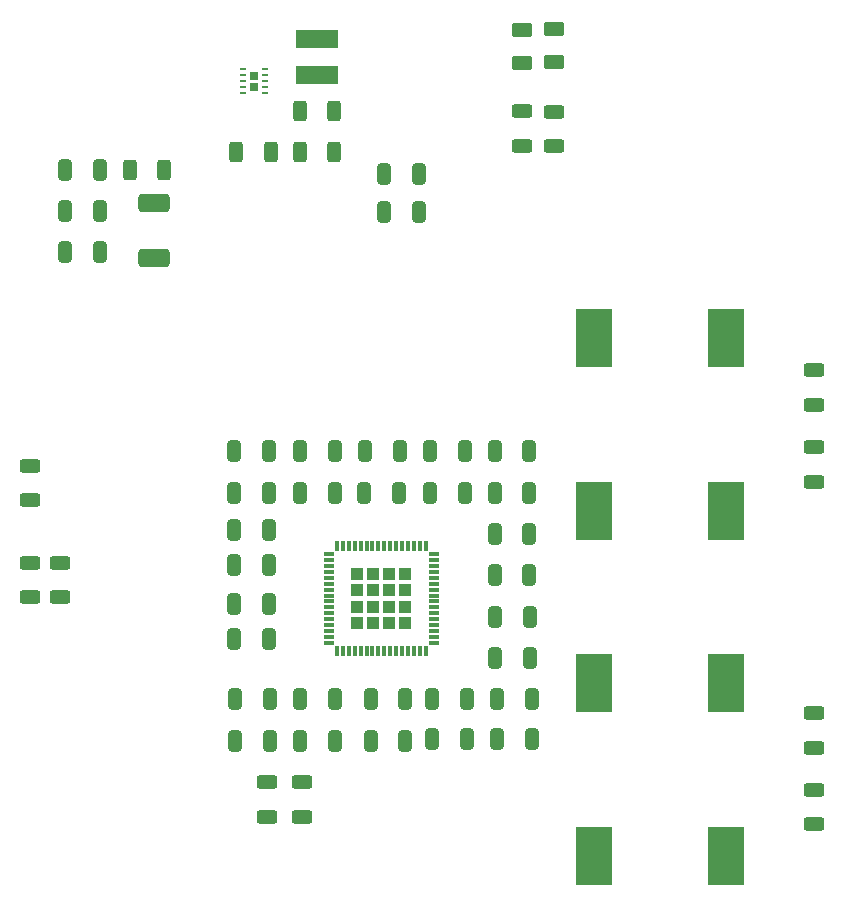
<source format=gbr>
%TF.GenerationSoftware,KiCad,Pcbnew,(6.0.0-rc1-314-g10be483430)*%
%TF.CreationDate,2021-12-05T00:45:44+01:00*%
%TF.ProjectId,ma12070p_amp_v1,6d613132-3037-4307-905f-616d705f7631,rev?*%
%TF.SameCoordinates,Original*%
%TF.FileFunction,Paste,Top*%
%TF.FilePolarity,Positive*%
%FSLAX46Y46*%
G04 Gerber Fmt 4.6, Leading zero omitted, Abs format (unit mm)*
G04 Created by KiCad (PCBNEW (6.0.0-rc1-314-g10be483430)) date 2021-12-05 00:45:44*
%MOMM*%
%LPD*%
G01*
G04 APERTURE LIST*
G04 Aperture macros list*
%AMRoundRect*
0 Rectangle with rounded corners*
0 $1 Rounding radius*
0 $2 $3 $4 $5 $6 $7 $8 $9 X,Y pos of 4 corners*
0 Add a 4 corners polygon primitive as box body*
4,1,4,$2,$3,$4,$5,$6,$7,$8,$9,$2,$3,0*
0 Add four circle primitives for the rounded corners*
1,1,$1+$1,$2,$3*
1,1,$1+$1,$4,$5*
1,1,$1+$1,$6,$7*
1,1,$1+$1,$8,$9*
0 Add four rect primitives between the rounded corners*
20,1,$1+$1,$2,$3,$4,$5,0*
20,1,$1+$1,$4,$5,$6,$7,0*
20,1,$1+$1,$6,$7,$8,$9,0*
20,1,$1+$1,$8,$9,$2,$3,0*%
G04 Aperture macros list end*
%ADD10RoundRect,0.250000X0.325000X0.650000X-0.325000X0.650000X-0.325000X-0.650000X0.325000X-0.650000X0*%
%ADD11RoundRect,0.250000X-0.325000X-0.650000X0.325000X-0.650000X0.325000X0.650000X-0.325000X0.650000X0*%
%ADD12RoundRect,0.250000X0.625000X-0.312500X0.625000X0.312500X-0.625000X0.312500X-0.625000X-0.312500X0*%
%ADD13R,0.650000X0.700000*%
%ADD14R,0.500000X0.250000*%
%ADD15R,3.100000X5.000000*%
%ADD16RoundRect,0.250000X-0.625000X0.312500X-0.625000X-0.312500X0.625000X-0.312500X0.625000X0.312500X0*%
%ADD17RoundRect,0.250000X0.625000X-0.375000X0.625000X0.375000X-0.625000X0.375000X-0.625000X-0.375000X0*%
%ADD18RoundRect,0.250000X0.312500X0.625000X-0.312500X0.625000X-0.312500X-0.625000X0.312500X-0.625000X0*%
%ADD19RoundRect,0.250000X-0.312500X-0.625000X0.312500X-0.625000X0.312500X0.625000X-0.312500X0.625000X0*%
%ADD20RoundRect,0.249999X1.075001X-0.512501X1.075001X0.512501X-1.075001X0.512501X-1.075001X-0.512501X0*%
%ADD21RoundRect,0.250000X-0.300000X0.300000X-0.300000X-0.300000X0.300000X-0.300000X0.300000X0.300000X0*%
%ADD22RoundRect,0.075000X-0.075000X0.362500X-0.075000X-0.362500X0.075000X-0.362500X0.075000X0.362500X0*%
%ADD23RoundRect,0.075000X-0.362500X0.075000X-0.362500X-0.075000X0.362500X-0.075000X0.362500X0.075000X0*%
%ADD24R,3.600000X1.500000*%
G04 APERTURE END LIST*
D10*
%TO.C,CF1B1*%
X146000000Y-109855000D03*
X143050000Y-109855000D03*
%TD*%
D11*
%TO.C,CF0A1*%
X159550000Y-85355000D03*
X162500000Y-85355000D03*
%TD*%
D12*
%TO.C,RCLIP_ERROR_0*%
X167390000Y-59500000D03*
X167390000Y-56575000D03*
%TD*%
D11*
%TO.C,CIN0*%
X128665000Y-61500000D03*
X131615000Y-61500000D03*
%TD*%
D13*
%TO.C,U2*%
X144695000Y-54500000D03*
X144695000Y-53550000D03*
D14*
X143745000Y-53025000D03*
X143745000Y-53525000D03*
X143745000Y-54025000D03*
X143745000Y-54525000D03*
X143745000Y-55025000D03*
X145645000Y-55025000D03*
X145645000Y-54525000D03*
X145645000Y-54025000D03*
X145645000Y-53525000D03*
X145645000Y-53025000D03*
%TD*%
D10*
%TO.C,CPVDD0B3*%
X131640000Y-68500000D03*
X128690000Y-68500000D03*
%TD*%
%TO.C,CCREF0*%
X145975000Y-88855000D03*
X143025000Y-88855000D03*
%TD*%
D11*
%TO.C,COUTBUCK2*%
X155715000Y-61905000D03*
X158665000Y-61905000D03*
%TD*%
D12*
%TO.C,RIN0B1*%
X125750000Y-89500000D03*
X125750000Y-86575000D03*
%TD*%
D11*
%TO.C,CAPIN0A1*%
X143025000Y-95000000D03*
X145975000Y-95000000D03*
%TD*%
%TO.C,CAPIN0B1*%
X143025000Y-92000000D03*
X145975000Y-92000000D03*
%TD*%
D15*
%TO.C,L2*%
X184600000Y-75790000D03*
X173500000Y-75790000D03*
%TD*%
D16*
%TO.C,R3*%
X192100000Y-107515000D03*
X192100000Y-110440000D03*
%TD*%
%TO.C,RMUTE1*%
X148750000Y-113355000D03*
X148750000Y-116280000D03*
%TD*%
D17*
%TO.C,CLIP_LED_0*%
X170080000Y-52400000D03*
X170080000Y-49600000D03*
%TD*%
D15*
%TO.C,L3*%
X184600000Y-90395000D03*
X173500000Y-90395000D03*
%TD*%
D16*
%TO.C,RCLK1*%
X128250000Y-94787500D03*
X128250000Y-97712500D03*
%TD*%
D11*
%TO.C,CGD0N1*%
X165050000Y-92355000D03*
X168000000Y-92355000D03*
%TD*%
D15*
%TO.C,L5*%
X184600000Y-119605000D03*
X173500000Y-119605000D03*
%TD*%
D16*
%TO.C,RIN1B1*%
X125750000Y-94787500D03*
X125750000Y-97712500D03*
%TD*%
D11*
%TO.C,CGD1N1*%
X159775000Y-109750000D03*
X162725000Y-109750000D03*
%TD*%
D18*
%TO.C,RB_FB2*%
X146120000Y-60000000D03*
X143195000Y-60000000D03*
%TD*%
D10*
%TO.C,CGD1N0*%
X168225000Y-109750000D03*
X165275000Y-109750000D03*
%TD*%
D15*
%TO.C,L4*%
X184600000Y-105000000D03*
X173500000Y-105000000D03*
%TD*%
D10*
%TO.C,CF0B0*%
X151500000Y-85355000D03*
X148550000Y-85355000D03*
%TD*%
D18*
%TO.C,RPVDD1*%
X137090000Y-61500000D03*
X134165000Y-61500000D03*
%TD*%
D16*
%TO.C,RENABLE1*%
X145750000Y-113355000D03*
X145750000Y-116280000D03*
%TD*%
D11*
%TO.C,CF1A0*%
X154550000Y-109855000D03*
X157500000Y-109855000D03*
%TD*%
%TO.C,COUTBUCK1*%
X155715000Y-65080000D03*
X158665000Y-65080000D03*
%TD*%
%TO.C,CCDC0*%
X165075000Y-102855000D03*
X168025000Y-102855000D03*
%TD*%
D10*
%TO.C,CGD0N0*%
X168000000Y-95855000D03*
X165050000Y-95855000D03*
%TD*%
%TO.C,CPVDD0B1*%
X145975000Y-85355000D03*
X143025000Y-85355000D03*
%TD*%
D11*
%TO.C,CIN1*%
X128715000Y-65000000D03*
X131665000Y-65000000D03*
%TD*%
D16*
%TO.C,R4*%
X192100000Y-114015000D03*
X192100000Y-116940000D03*
%TD*%
D10*
%TO.C,CPVDD0A0*%
X156975000Y-88855000D03*
X154025000Y-88855000D03*
%TD*%
D11*
%TO.C,CFGD0*%
X165050000Y-85355000D03*
X168000000Y-85355000D03*
%TD*%
D19*
%TO.C,RB_PG0*%
X148537500Y-56500000D03*
X151462500Y-56500000D03*
%TD*%
D10*
%TO.C,CAPIN1A1*%
X145975000Y-98250000D03*
X143025000Y-98250000D03*
%TD*%
D12*
%TO.C,RCLIP_LED_0*%
X170080000Y-59537500D03*
X170080000Y-56612500D03*
%TD*%
D20*
%TO.C,LSUP0*%
X136190000Y-69000000D03*
X136190000Y-64325000D03*
%TD*%
D17*
%TO.C,ERROR_LED_0*%
X167390000Y-52452500D03*
X167390000Y-49652500D03*
%TD*%
D11*
%TO.C,CAPIN1B1*%
X143025000Y-101250000D03*
X145975000Y-101250000D03*
%TD*%
D10*
%TO.C,CF0B1*%
X151500000Y-88855000D03*
X148550000Y-88855000D03*
%TD*%
D11*
%TO.C,CGD1*%
X159775000Y-106355000D03*
X162725000Y-106355000D03*
%TD*%
D10*
%TO.C,CPVDD1B0*%
X151500000Y-106355000D03*
X148550000Y-106355000D03*
%TD*%
D11*
%TO.C,CFDC0*%
X165075000Y-99355000D03*
X168025000Y-99355000D03*
%TD*%
D21*
%TO.C,U1*%
X153420000Y-97135000D03*
X156140000Y-99855000D03*
X157500000Y-97135000D03*
X154780000Y-98495000D03*
X156140000Y-97135000D03*
X154780000Y-95775000D03*
X153420000Y-95775000D03*
X154780000Y-99855000D03*
X153420000Y-98495000D03*
X157500000Y-95775000D03*
X154780000Y-97135000D03*
X153420000Y-99855000D03*
X157500000Y-98495000D03*
X157500000Y-99855000D03*
X156140000Y-98495000D03*
X156140000Y-95775000D03*
D22*
X159210000Y-93377500D03*
X158710000Y-93377500D03*
X158210000Y-93377500D03*
X157710000Y-93377500D03*
X157210000Y-93377500D03*
X156710000Y-93377500D03*
X156210000Y-93377500D03*
X155710000Y-93377500D03*
X155210000Y-93377500D03*
X154710000Y-93377500D03*
X154210000Y-93377500D03*
X153710000Y-93377500D03*
X153210000Y-93377500D03*
X152710000Y-93377500D03*
X152210000Y-93377500D03*
X151710000Y-93377500D03*
D23*
X151022500Y-94065000D03*
X151022500Y-94565000D03*
X151022500Y-95065000D03*
X151022500Y-95565000D03*
X151022500Y-96065000D03*
X151022500Y-96565000D03*
X151022500Y-97065000D03*
X151022500Y-97565000D03*
X151022500Y-98065000D03*
X151022500Y-98565000D03*
X151022500Y-99065000D03*
X151022500Y-99565000D03*
X151022500Y-100065000D03*
X151022500Y-100565000D03*
X151022500Y-101065000D03*
X151022500Y-101565000D03*
D22*
X151710000Y-102252500D03*
X152210000Y-102252500D03*
X152710000Y-102252500D03*
X153210000Y-102252500D03*
X153710000Y-102252500D03*
X154210000Y-102252500D03*
X154710000Y-102252500D03*
X155210000Y-102252500D03*
X155710000Y-102252500D03*
X156210000Y-102252500D03*
X156710000Y-102252500D03*
X157210000Y-102252500D03*
X157710000Y-102252500D03*
X158210000Y-102252500D03*
X158710000Y-102252500D03*
X159210000Y-102252500D03*
D23*
X159897500Y-101565000D03*
X159897500Y-101065000D03*
X159897500Y-100565000D03*
X159897500Y-100065000D03*
X159897500Y-99565000D03*
X159897500Y-99065000D03*
X159897500Y-98565000D03*
X159897500Y-98065000D03*
X159897500Y-97565000D03*
X159897500Y-97065000D03*
X159897500Y-96565000D03*
X159897500Y-96065000D03*
X159897500Y-95565000D03*
X159897500Y-95065000D03*
X159897500Y-94565000D03*
X159897500Y-94065000D03*
%TD*%
D11*
%TO.C,CF1A1*%
X154550000Y-106355000D03*
X157500000Y-106355000D03*
%TD*%
D10*
%TO.C,CPVDD0B0*%
X157000000Y-85355000D03*
X154050000Y-85355000D03*
%TD*%
%TO.C,CGD0*%
X168000000Y-88855000D03*
X165050000Y-88855000D03*
%TD*%
%TO.C,CF1B0*%
X146000000Y-106355000D03*
X143050000Y-106355000D03*
%TD*%
D16*
%TO.C,R1*%
X192100000Y-78477500D03*
X192100000Y-81402500D03*
%TD*%
D24*
%TO.C,LBUCK0*%
X150000000Y-50450000D03*
X150000000Y-53500000D03*
%TD*%
D11*
%TO.C,CF0A0*%
X159550000Y-88855000D03*
X162500000Y-88855000D03*
%TD*%
D10*
%TO.C,CPVDD1A0*%
X151500000Y-109855000D03*
X148550000Y-109855000D03*
%TD*%
D16*
%TO.C,R2*%
X192100000Y-85015000D03*
X192100000Y-87940000D03*
%TD*%
D19*
%TO.C,RB_FB1*%
X148537500Y-60000000D03*
X151462500Y-60000000D03*
%TD*%
D11*
%TO.C,CVGDC0*%
X165275000Y-106355000D03*
X168225000Y-106355000D03*
%TD*%
M02*

</source>
